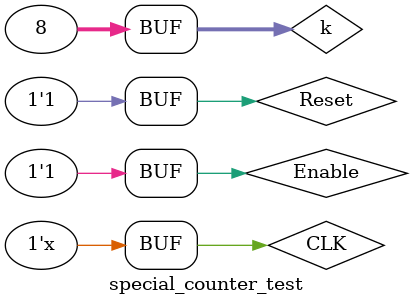
<source format=v>

`timescale 1ns / 1ps

module special_counter_test;

reg CLK;
reg Reset;
reg Enable;
wire [2:0] Q;
integer k;

special_counter ttul(.CLK(CLK), .Reset(Reset), .Enable(Enable), .Q(Q));

always #1 CLK = !CLK;

initial
    begin
        // Reset and No Enable
        CLK = 0; Reset = 1; Enable = 0;
        for(k = 0; k < 8; k = k + 1)
            #2;
            
        // No Reset but Enabled
        CLK = 0; Reset = 0; Enable = 1;
        for(k = 0; k < 16; k = k + 1)
            #2;
            
        // Reset and Enabled
        CLK = 0; Reset = 1; Enable = 1;
        for(k = 0; k < 8; k = k + 1)
            #2;
        
        // No Reset and No Enable
        CLK = 0; Reset = 1; Enable = 1;
        for(k = 0; k < 8; k = k + 1)
            #2;
             
    end 
endmodule

</source>
